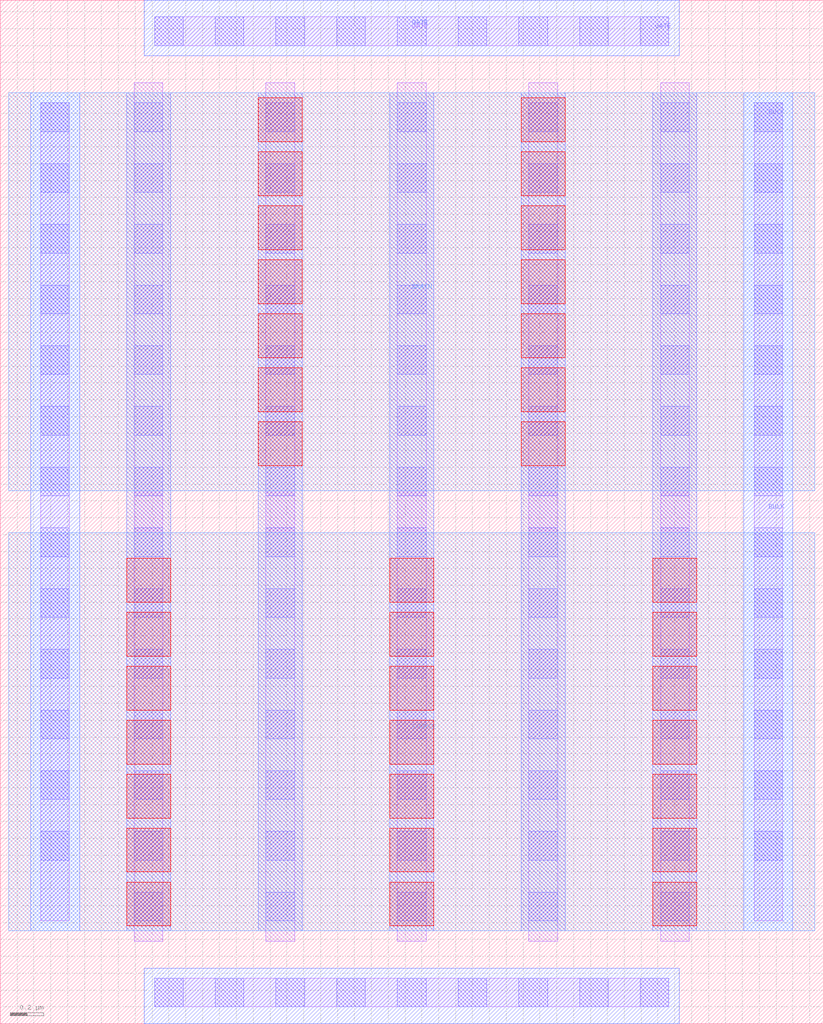
<source format=lef>
# Copyright 2020 The SkyWater PDK Authors
#
# Licensed under the Apache License, Version 2.0 (the "License");
# you may not use this file except in compliance with the License.
# You may obtain a copy of the License at
#
#     https://www.apache.org/licenses/LICENSE-2.0
#
# Unless required by applicable law or agreed to in writing, software
# distributed under the License is distributed on an "AS IS" BASIS,
# WITHOUT WARRANTIES OR CONDITIONS OF ANY KIND, either express or implied.
# See the License for the specific language governing permissions and
# limitations under the License.
#
# SPDX-License-Identifier: Apache-2.0

VERSION 5.7 ;
  NOWIREEXTENSIONATPIN ON ;
  DIVIDERCHAR "/" ;
  BUSBITCHARS "[]" ;
MACRO sky130_fd_pr__rf_pfet_01v8_lvt_aM04W5p00L0p50
  CLASS BLOCK ;
  FOREIGN sky130_fd_pr__rf_pfet_01v8_lvt_aM04W5p00L0p50 ;
  ORIGIN  0.000000  0.000000 ;
  SIZE  4.880000 BY  6.070000 ;
  PIN BULK
    ANTENNADIFFAREA  2.929000 ;
    PORT
      LAYER li1 ;
        RECT 0.240000 0.610000 0.410000 5.460000 ;
        RECT 4.470000 0.610000 4.640000 5.460000 ;
      LAYER mcon ;
        RECT 0.240000 0.970000 0.410000 1.140000 ;
        RECT 0.240000 1.330000 0.410000 1.500000 ;
        RECT 0.240000 1.690000 0.410000 1.860000 ;
        RECT 0.240000 2.050000 0.410000 2.220000 ;
        RECT 0.240000 2.410000 0.410000 2.580000 ;
        RECT 0.240000 2.770000 0.410000 2.940000 ;
        RECT 0.240000 3.130000 0.410000 3.300000 ;
        RECT 0.240000 3.490000 0.410000 3.660000 ;
        RECT 0.240000 3.850000 0.410000 4.020000 ;
        RECT 0.240000 4.210000 0.410000 4.380000 ;
        RECT 0.240000 4.570000 0.410000 4.740000 ;
        RECT 0.240000 4.930000 0.410000 5.100000 ;
        RECT 0.240000 5.290000 0.410000 5.460000 ;
        RECT 4.470000 0.970000 4.640000 1.140000 ;
        RECT 4.470000 1.330000 4.640000 1.500000 ;
        RECT 4.470000 1.690000 4.640000 1.860000 ;
        RECT 4.470000 2.050000 4.640000 2.220000 ;
        RECT 4.470000 2.410000 4.640000 2.580000 ;
        RECT 4.470000 2.770000 4.640000 2.940000 ;
        RECT 4.470000 3.130000 4.640000 3.300000 ;
        RECT 4.470000 3.490000 4.640000 3.660000 ;
        RECT 4.470000 3.850000 4.640000 4.020000 ;
        RECT 4.470000 4.210000 4.640000 4.380000 ;
        RECT 4.470000 4.570000 4.640000 4.740000 ;
        RECT 4.470000 4.930000 4.640000 5.100000 ;
        RECT 4.470000 5.290000 4.640000 5.460000 ;
    END
    PORT
      LAYER met1 ;
        RECT 0.180000 0.550000 0.470000 5.520000 ;
        RECT 4.410000 0.550000 4.700000 5.520000 ;
    END
  END BULK
  PIN DRAIN
    ANTENNADIFFAREA  2.828000 ;
    PORT
      LAYER met2 ;
        RECT 0.050000 3.160000 4.830000 5.520000 ;
    END
  END DRAIN
  PIN GATE
    ANTENNAGATEAREA  10.099999 ;
    PORT
      LAYER li1 ;
        RECT 0.915000 0.100000 3.965000 0.270000 ;
        RECT 0.915000 5.800000 3.965000 5.970000 ;
      LAYER mcon ;
        RECT 0.915000 0.100000 1.085000 0.270000 ;
        RECT 0.915000 5.800000 1.085000 5.970000 ;
        RECT 1.275000 0.100000 1.445000 0.270000 ;
        RECT 1.275000 5.800000 1.445000 5.970000 ;
        RECT 1.635000 0.100000 1.805000 0.270000 ;
        RECT 1.635000 5.800000 1.805000 5.970000 ;
        RECT 1.995000 0.100000 2.165000 0.270000 ;
        RECT 1.995000 5.800000 2.165000 5.970000 ;
        RECT 2.355000 0.100000 2.525000 0.270000 ;
        RECT 2.355000 5.800000 2.525000 5.970000 ;
        RECT 2.715000 0.100000 2.885000 0.270000 ;
        RECT 2.715000 5.800000 2.885000 5.970000 ;
        RECT 3.075000 0.100000 3.245000 0.270000 ;
        RECT 3.075000 5.800000 3.245000 5.970000 ;
        RECT 3.435000 0.100000 3.605000 0.270000 ;
        RECT 3.435000 5.800000 3.605000 5.970000 ;
        RECT 3.795000 0.100000 3.965000 0.270000 ;
        RECT 3.795000 5.800000 3.965000 5.970000 ;
    END
    PORT
      LAYER met1 ;
        RECT 0.855000 0.000000 4.025000 0.330000 ;
        RECT 0.855000 5.740000 4.025000 6.070000 ;
    END
  END GATE
  PIN SOURCE
    ANTENNADIFFAREA  4.242000 ;
    PORT
      LAYER met2 ;
        RECT 0.050000 0.550000 4.830000 2.910000 ;
    END
  END SOURCE
  OBS
    LAYER li1 ;
      RECT 0.795000 0.490000 0.965000 5.580000 ;
      RECT 1.575000 0.490000 1.745000 5.580000 ;
      RECT 2.355000 0.490000 2.525000 5.580000 ;
      RECT 3.135000 0.490000 3.305000 5.580000 ;
      RECT 3.915000 0.490000 4.085000 5.580000 ;
    LAYER mcon ;
      RECT 0.795000 0.610000 0.965000 0.780000 ;
      RECT 0.795000 0.970000 0.965000 1.140000 ;
      RECT 0.795000 1.330000 0.965000 1.500000 ;
      RECT 0.795000 1.690000 0.965000 1.860000 ;
      RECT 0.795000 2.050000 0.965000 2.220000 ;
      RECT 0.795000 2.410000 0.965000 2.580000 ;
      RECT 0.795000 2.770000 0.965000 2.940000 ;
      RECT 0.795000 3.130000 0.965000 3.300000 ;
      RECT 0.795000 3.490000 0.965000 3.660000 ;
      RECT 0.795000 3.850000 0.965000 4.020000 ;
      RECT 0.795000 4.210000 0.965000 4.380000 ;
      RECT 0.795000 4.570000 0.965000 4.740000 ;
      RECT 0.795000 4.930000 0.965000 5.100000 ;
      RECT 0.795000 5.290000 0.965000 5.460000 ;
      RECT 1.575000 0.610000 1.745000 0.780000 ;
      RECT 1.575000 0.970000 1.745000 1.140000 ;
      RECT 1.575000 1.330000 1.745000 1.500000 ;
      RECT 1.575000 1.690000 1.745000 1.860000 ;
      RECT 1.575000 2.050000 1.745000 2.220000 ;
      RECT 1.575000 2.410000 1.745000 2.580000 ;
      RECT 1.575000 2.770000 1.745000 2.940000 ;
      RECT 1.575000 3.130000 1.745000 3.300000 ;
      RECT 1.575000 3.490000 1.745000 3.660000 ;
      RECT 1.575000 3.850000 1.745000 4.020000 ;
      RECT 1.575000 4.210000 1.745000 4.380000 ;
      RECT 1.575000 4.570000 1.745000 4.740000 ;
      RECT 1.575000 4.930000 1.745000 5.100000 ;
      RECT 1.575000 5.290000 1.745000 5.460000 ;
      RECT 2.355000 0.610000 2.525000 0.780000 ;
      RECT 2.355000 0.970000 2.525000 1.140000 ;
      RECT 2.355000 1.330000 2.525000 1.500000 ;
      RECT 2.355000 1.690000 2.525000 1.860000 ;
      RECT 2.355000 2.050000 2.525000 2.220000 ;
      RECT 2.355000 2.410000 2.525000 2.580000 ;
      RECT 2.355000 2.770000 2.525000 2.940000 ;
      RECT 2.355000 3.130000 2.525000 3.300000 ;
      RECT 2.355000 3.490000 2.525000 3.660000 ;
      RECT 2.355000 3.850000 2.525000 4.020000 ;
      RECT 2.355000 4.210000 2.525000 4.380000 ;
      RECT 2.355000 4.570000 2.525000 4.740000 ;
      RECT 2.355000 4.930000 2.525000 5.100000 ;
      RECT 2.355000 5.290000 2.525000 5.460000 ;
      RECT 3.135000 0.610000 3.305000 0.780000 ;
      RECT 3.135000 0.970000 3.305000 1.140000 ;
      RECT 3.135000 1.330000 3.305000 1.500000 ;
      RECT 3.135000 1.690000 3.305000 1.860000 ;
      RECT 3.135000 2.050000 3.305000 2.220000 ;
      RECT 3.135000 2.410000 3.305000 2.580000 ;
      RECT 3.135000 2.770000 3.305000 2.940000 ;
      RECT 3.135000 3.130000 3.305000 3.300000 ;
      RECT 3.135000 3.490000 3.305000 3.660000 ;
      RECT 3.135000 3.850000 3.305000 4.020000 ;
      RECT 3.135000 4.210000 3.305000 4.380000 ;
      RECT 3.135000 4.570000 3.305000 4.740000 ;
      RECT 3.135000 4.930000 3.305000 5.100000 ;
      RECT 3.135000 5.290000 3.305000 5.460000 ;
      RECT 3.915000 0.610000 4.085000 0.780000 ;
      RECT 3.915000 0.970000 4.085000 1.140000 ;
      RECT 3.915000 1.330000 4.085000 1.500000 ;
      RECT 3.915000 1.690000 4.085000 1.860000 ;
      RECT 3.915000 2.050000 4.085000 2.220000 ;
      RECT 3.915000 2.410000 4.085000 2.580000 ;
      RECT 3.915000 2.770000 4.085000 2.940000 ;
      RECT 3.915000 3.130000 4.085000 3.300000 ;
      RECT 3.915000 3.490000 4.085000 3.660000 ;
      RECT 3.915000 3.850000 4.085000 4.020000 ;
      RECT 3.915000 4.210000 4.085000 4.380000 ;
      RECT 3.915000 4.570000 4.085000 4.740000 ;
      RECT 3.915000 4.930000 4.085000 5.100000 ;
      RECT 3.915000 5.290000 4.085000 5.460000 ;
    LAYER met1 ;
      RECT 0.750000 0.550000 1.010000 5.520000 ;
      RECT 1.530000 0.550000 1.790000 5.520000 ;
      RECT 2.310000 0.550000 2.570000 5.520000 ;
      RECT 3.090000 0.550000 3.350000 5.520000 ;
      RECT 3.870000 0.550000 4.130000 5.520000 ;
    LAYER via ;
      RECT 0.750000 0.580000 1.010000 0.840000 ;
      RECT 0.750000 0.900000 1.010000 1.160000 ;
      RECT 0.750000 1.220000 1.010000 1.480000 ;
      RECT 0.750000 1.540000 1.010000 1.800000 ;
      RECT 0.750000 1.860000 1.010000 2.120000 ;
      RECT 0.750000 2.180000 1.010000 2.440000 ;
      RECT 0.750000 2.500000 1.010000 2.760000 ;
      RECT 1.530000 3.310000 1.790000 3.570000 ;
      RECT 1.530000 3.630000 1.790000 3.890000 ;
      RECT 1.530000 3.950000 1.790000 4.210000 ;
      RECT 1.530000 4.270000 1.790000 4.530000 ;
      RECT 1.530000 4.590000 1.790000 4.850000 ;
      RECT 1.530000 4.910000 1.790000 5.170000 ;
      RECT 1.530000 5.230000 1.790000 5.490000 ;
      RECT 2.310000 0.580000 2.570000 0.840000 ;
      RECT 2.310000 0.900000 2.570000 1.160000 ;
      RECT 2.310000 1.220000 2.570000 1.480000 ;
      RECT 2.310000 1.540000 2.570000 1.800000 ;
      RECT 2.310000 1.860000 2.570000 2.120000 ;
      RECT 2.310000 2.180000 2.570000 2.440000 ;
      RECT 2.310000 2.500000 2.570000 2.760000 ;
      RECT 3.090000 3.310000 3.350000 3.570000 ;
      RECT 3.090000 3.630000 3.350000 3.890000 ;
      RECT 3.090000 3.950000 3.350000 4.210000 ;
      RECT 3.090000 4.270000 3.350000 4.530000 ;
      RECT 3.090000 4.590000 3.350000 4.850000 ;
      RECT 3.090000 4.910000 3.350000 5.170000 ;
      RECT 3.090000 5.230000 3.350000 5.490000 ;
      RECT 3.870000 0.580000 4.130000 0.840000 ;
      RECT 3.870000 0.900000 4.130000 1.160000 ;
      RECT 3.870000 1.220000 4.130000 1.480000 ;
      RECT 3.870000 1.540000 4.130000 1.800000 ;
      RECT 3.870000 1.860000 4.130000 2.120000 ;
      RECT 3.870000 2.180000 4.130000 2.440000 ;
      RECT 3.870000 2.500000 4.130000 2.760000 ;
  END
END sky130_fd_pr__rf_pfet_01v8_lvt_aM04W5p00L0p50
END LIBRARY

</source>
